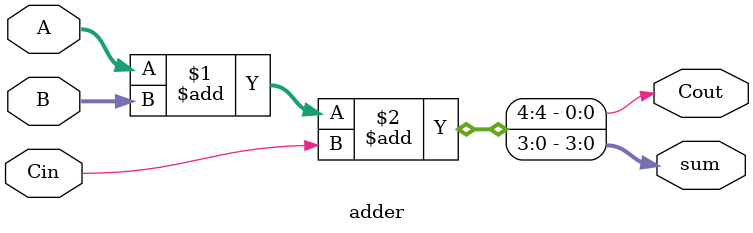
<source format=v>
module adder(A,B,Cin,sum,Cout);
	input [3:0] A,B;
	input Cin;
	output [3:0] sum;
	output Cout;
	assign {Cout,sum}=A+B+Cin;
endmodule



</source>
